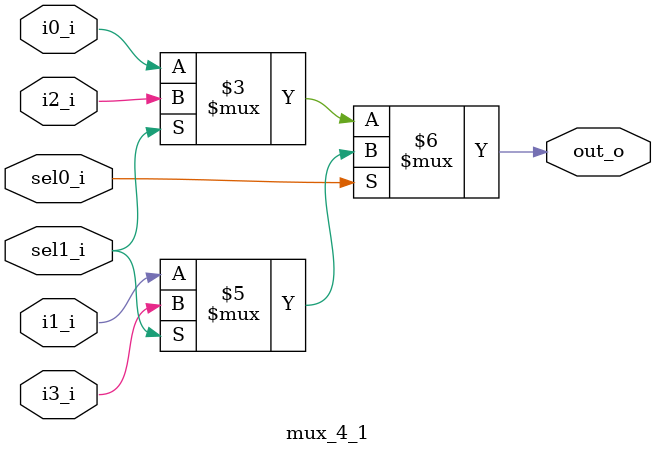
<source format=v>
module mux_4_1
(
input i0_i,
input i1_i,
input i2_i,
input i3_i,
input sel0_i,
input sel1_i,
output out_o
);

assign out_o =  (sel0_i == 1'b0) ? 
                (sel1_i == 1'b0) ? i0_i : i2_i :
                (sel1_i == 1'b0) ? i1_i : i3_i;


endmodule


</source>
